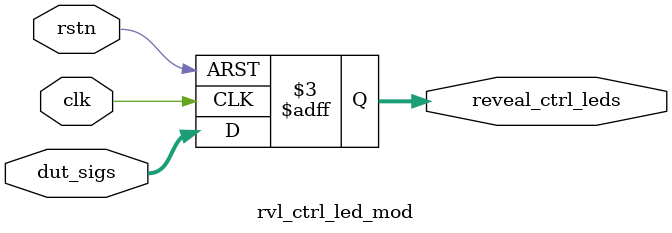
<source format=v>
module rvl_ctrl_led_mod # (
  parameter                            WIDTH           = 8
) (
  input  wire                          rstn,
  input  wire                          clk,
  input  wire [WIDTH-1:0]              dut_sigs,
  output reg  [WIDTH-1:0]              reveal_ctrl_leds
);

  // Reveal Controll LEDs should be connected to 'reveal_ctrl_leds'

  always @(posedge clk or negedge rstn)
    if (~rstn) begin
      reveal_ctrl_leds                  <= 0;
    end else begin
      reveal_ctrl_leds                  <= dut_sigs;
    end

endmodule

</source>
